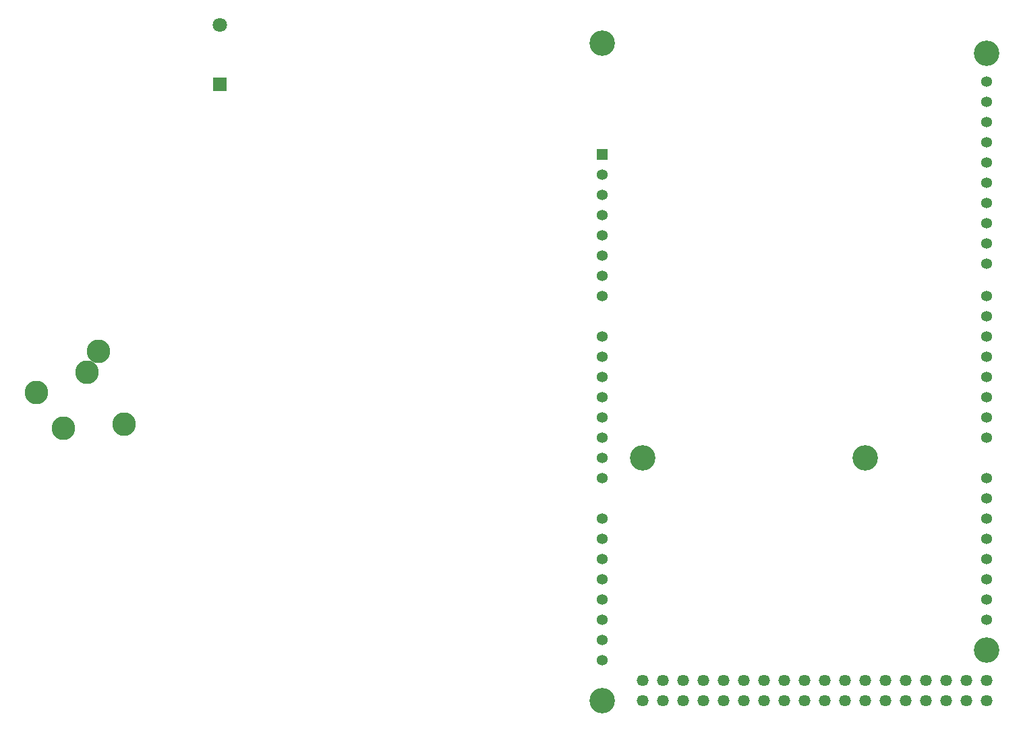
<source format=gbr>
%TF.GenerationSoftware,KiCad,Pcbnew,(7.0.0)*%
%TF.CreationDate,2023-04-07T11:52:31+02:00*%
%TF.ProjectId,projet codepo test,70726f6a-6574-4206-936f-6465706f2074,rev?*%
%TF.SameCoordinates,PX7414cc0PY6f80ec0*%
%TF.FileFunction,Soldermask,Bot*%
%TF.FilePolarity,Negative*%
%FSLAX46Y46*%
G04 Gerber Fmt 4.6, Leading zero omitted, Abs format (unit mm)*
G04 Created by KiCad (PCBNEW (7.0.0)) date 2023-04-07 11:52:31*
%MOMM*%
%LPD*%
G01*
G04 APERTURE LIST*
%ADD10C,2.955000*%
%ADD11R,1.800000X1.800000*%
%ADD12C,1.800000*%
%ADD13C,3.200000*%
%ADD14C,1.358000*%
%ADD15C,1.458000*%
%ADD16R,1.358000X1.358000*%
G04 APERTURE END LIST*
D10*
%TO.C,J1*%
X-68495000Y43795000D03*
X-60695000Y48995000D03*
X-62095000Y46295000D03*
X-57495000Y39795000D03*
X-65095000Y39295000D03*
%TD*%
D11*
%TO.C,TH1*%
X-45444999Y82469999D03*
D12*
X-45445000Y89970000D03*
%TD*%
D13*
%TO.C,Arduino1*%
X2540000Y87630000D03*
X2540000Y5080000D03*
X7620000Y35560000D03*
X35560000Y35560000D03*
X50800000Y86360000D03*
X50800000Y11430000D03*
D14*
X50800000Y38100000D03*
X50800000Y40640000D03*
X50800000Y43180000D03*
X50800000Y45720000D03*
X2540000Y66040000D03*
X50800000Y48260000D03*
X50800000Y50800000D03*
X2540000Y63500000D03*
D15*
X50800000Y7620000D03*
X50800000Y5080000D03*
D14*
X50800000Y53340000D03*
X50800000Y55880000D03*
X50800000Y59944000D03*
X50800000Y62484000D03*
X50800000Y65024000D03*
X50800000Y67564000D03*
X50800000Y70104000D03*
X50800000Y72644000D03*
X50800000Y33020000D03*
X50800000Y30480000D03*
X50800000Y27940000D03*
X50800000Y25400000D03*
X50800000Y22860000D03*
X50800000Y20320000D03*
X50800000Y17780000D03*
X50800000Y15240000D03*
D15*
X48260000Y7620000D03*
X48260000Y5080000D03*
X45720000Y7620000D03*
X45720000Y5080000D03*
X43180000Y7620000D03*
X43180000Y5080000D03*
X40640000Y7620000D03*
X40640000Y5080000D03*
X38100000Y7620000D03*
X38100000Y5080000D03*
X35560000Y7620000D03*
X35560000Y5080000D03*
X33020000Y7620000D03*
X33020000Y5080000D03*
X30480000Y7620000D03*
X30480000Y5080000D03*
X27940000Y7620000D03*
X27940000Y5080000D03*
X25400000Y7620000D03*
X25400000Y5080000D03*
X22860000Y7620000D03*
X22860000Y5080000D03*
X20320000Y7620000D03*
X20320000Y5080000D03*
X17780000Y7620000D03*
X17780000Y5080000D03*
X15240000Y7620000D03*
X15240000Y5080000D03*
X12700000Y7620000D03*
X12700000Y5080000D03*
X10160000Y7620000D03*
X10160000Y5080000D03*
D14*
X2540000Y50800000D03*
X2540000Y48260000D03*
X2540000Y45720000D03*
X2540000Y43180000D03*
X2540000Y40640000D03*
X2540000Y38100000D03*
X2540000Y35560000D03*
X2540000Y33020000D03*
X2540000Y27940000D03*
X2540000Y25400000D03*
X2540000Y22860000D03*
X2540000Y20320000D03*
X50800000Y77724000D03*
X2540000Y12700000D03*
X2540000Y10160000D03*
X2540000Y17780000D03*
X2540000Y15240000D03*
X2540000Y60960000D03*
X2540000Y58420000D03*
X50800000Y75184000D03*
D15*
X7620000Y7620000D03*
X7620000Y5080000D03*
D14*
X2540000Y71120000D03*
D16*
X2539999Y73659999D03*
D14*
X2540000Y68580000D03*
X50800000Y82804000D03*
X50800000Y80264000D03*
X2540000Y55880000D03*
%TD*%
M02*

</source>
